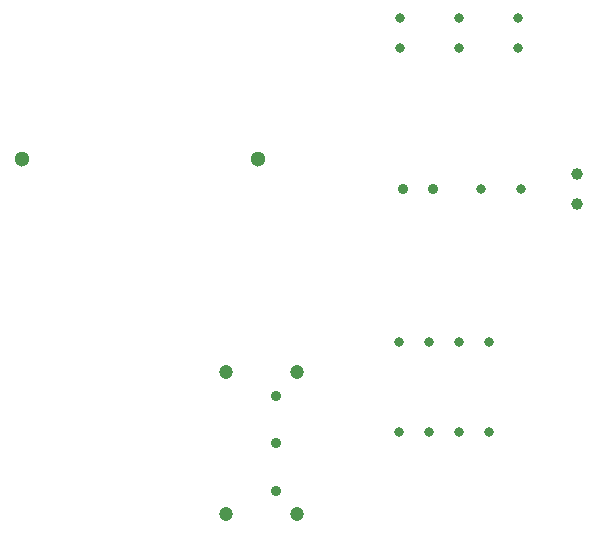
<source format=gbr>
%TF.GenerationSoftware,KiCad,Pcbnew,9.0.1*%
%TF.CreationDate,2025-06-16T09:40:40+05:30*%
%TF.ProjectId,project1,70726f6a-6563-4743-912e-6b696361645f,rev?*%
%TF.SameCoordinates,Original*%
%TF.FileFunction,Plated,1,2,PTH,Drill*%
%TF.FilePolarity,Positive*%
%FSLAX46Y46*%
G04 Gerber Fmt 4.6, Leading zero omitted, Abs format (unit mm)*
G04 Created by KiCad (PCBNEW 9.0.1) date 2025-06-16 09:40:40*
%MOMM*%
%LPD*%
G01*
G04 APERTURE LIST*
%TA.AperFunction,ComponentDrill*%
%ADD10C,0.800000*%
%TD*%
%TA.AperFunction,ComponentDrill*%
%ADD11C,0.900000*%
%TD*%
%TA.AperFunction,ComponentDrill*%
%ADD12C,1.000000*%
%TD*%
%TA.AperFunction,ComponentDrill*%
%ADD13C,1.200000*%
%TD*%
%TA.AperFunction,ComponentDrill*%
%ADD14C,1.300000*%
%TD*%
G04 APERTURE END LIST*
D10*
%TO.C,U1*%
X103420000Y-84500000D03*
X103420000Y-92120000D03*
%TO.C,R1*%
X103500000Y-57005000D03*
X103500000Y-59545000D03*
%TO.C,U1*%
X105960000Y-84500000D03*
X105960000Y-92120000D03*
%TO.C,R3*%
X108500000Y-57005000D03*
X108500000Y-59545000D03*
%TO.C,U1*%
X108500000Y-84500000D03*
X108500000Y-92120000D03*
%TO.C,R2*%
X110375000Y-71500000D03*
%TO.C,U1*%
X111040000Y-84500000D03*
X111040000Y-92120000D03*
%TO.C,R4*%
X113500000Y-57005000D03*
X113500000Y-59545000D03*
%TO.C,R2*%
X113775000Y-71500000D03*
D11*
%TO.C,SW1*%
X93000000Y-89042500D03*
X93000000Y-93042500D03*
X93000000Y-97042500D03*
%TO.C,D1*%
X103730000Y-71500000D03*
X106270000Y-71500000D03*
D12*
%TO.C,MK1*%
X118500000Y-70225000D03*
X118500000Y-72765000D03*
D13*
%TO.C,SW1*%
X88750000Y-87042500D03*
X88750000Y-99042500D03*
X94750000Y-87042500D03*
X94750000Y-99042500D03*
D14*
%TO.C,BT1*%
X71500000Y-69000000D03*
X91500000Y-69000000D03*
M02*

</source>
